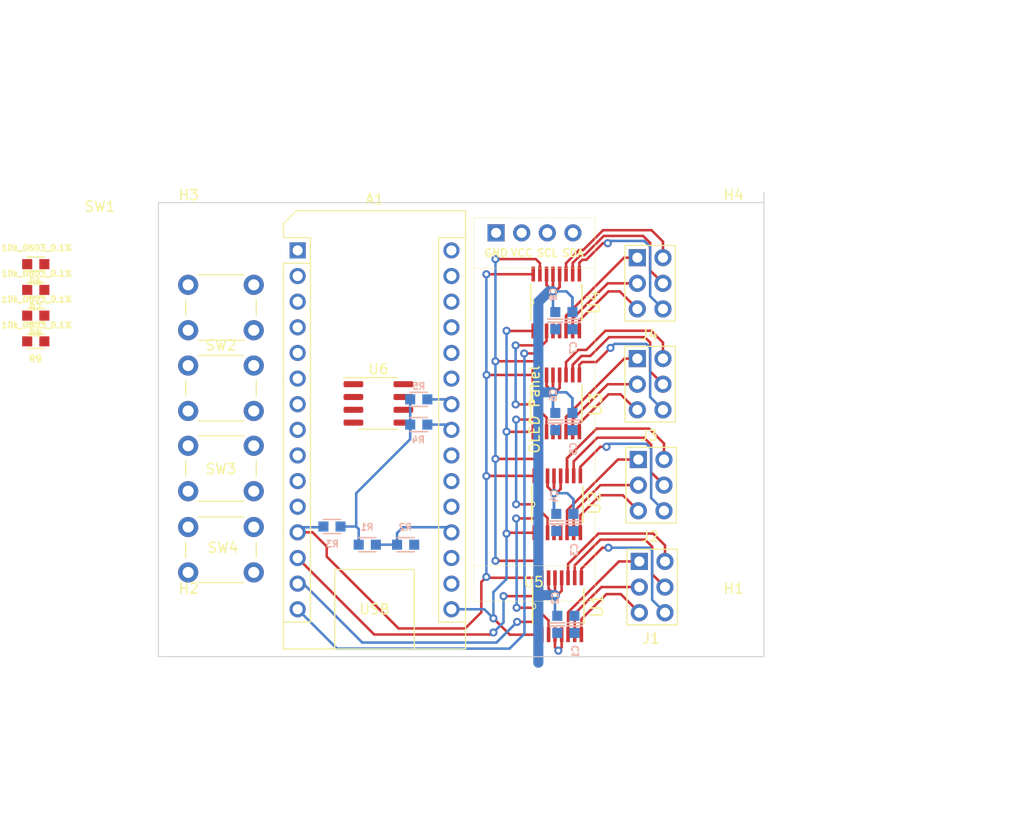
<source format=kicad_pcb>
(kicad_pcb (version 20221018) (generator pcbnew)
  (layers (0 "F.Cu" signal) (31 "B.Cu" signal) (34 "B.Paste" user) (35 "F.Paste" user) (36 "B.SilkS" user "B.Silkscreen") (37 "F.SilkS" user "F.Silkscreen") (38 "B.Mask" user) (39 "F.Mask" user) (44 "Edge.Cuts" user))
  (net 0 "")
  (net 4 "GND")
  (net 5 "Net-(A1-D5)")
  (net 6 "Net-(A1-D4)")
  (net 7 "Net-(A1-D3)")
  (net 8 "Net-(A1-D2)")
  (net 12 "/AD5235-1/RDY")
  (net 13 "/AD5235-1/CS")
  (net 14 "/AD5235-1/SDI")
  (net 15 "/AD5235-4/SDO")
  (net 16 "/AD5235-1/CLK")
  (net 19 "/CPU/AI_P5V")
  (net 25 "+5V")
  (net 28 "Net-(U1-B1)")
  (net 29 "Net-(U1-B2)")
  (net 30 "Net-(U1-W1)")
  (net 31 "Net-(U1-W2)")
  (net 32 "Net-(U1-A1)")
  (net 33 "Net-(U1-A2)")
  (net 34 "Net-(U2-B1)")
  (net 35 "Net-(U2-B2)")
  (net 36 "Net-(U2-W1)")
  (net 37 "Net-(U2-W2)")
  (net 38 "Net-(U2-A1)")
  (net 39 "Net-(U2-A2)")
  (net 40 "Net-(U3-B1)")
  (net 41 "Net-(U3-B2)")
  (net 42 "Net-(U3-W1)")
  (net 43 "Net-(U3-W2)")
  (net 44 "Net-(U3-A1)")
  (net 45 "Net-(U3-A2)")
  (net 46 "Net-(U4-B1)")
  (net 47 "Net-(U4-B2)")
  (net 48 "Net-(U4-W1)")
  (net 49 "Net-(U4-W2)")
  (net 50 "Net-(U4-A1)")
  (net 51 "Net-(U4-A2)")
  (net 52 "/AD5235-1/SDO")
  (net 53 "/AD5235-2/SDO")
  (net 54 "/AD5235-3/SDO")
  (net 55 "Net-(A1-SCL{slash}A5)")
  (net 56 "Net-(A1-SDA{slash}A4)")
  (footprint "Button_Switch_THT:SW_PUSH_6mm_H4.3mm" (layer "F.Cu") (at 82.95 48.15)
    (fp_text reference "SW1")
    (fp_text value "SW_Push")
  )
  (footprint "PCM_4ms_Resistor:R_0603" (layer "F.Cu") (at 67.85 53.75)
    (fp_text reference "R9")
    (fp_text value "10k_0603_0.1%")
  )
  (footprint "Analog:SOP65P640X120-16N" (layer "F.Cu") (at 119.43 49.9 90)
    (fp_text reference "U4")
    (fp_text value "AD5235BRUZ250-R7")
  )
  (footprint "MountingHole:MountingHole_3.2mm_M3_ISO14580" (layer "F.Cu") (at 83 82)
    (fp_text reference "H2")
    (fp_text value "MountingHole")
  )
  (footprint "PCM_4ms_Resistor:R_0603" (layer "F.Cu") (at 67.85 48.65)
    (fp_text reference "R7")
    (fp_text value "10k_0603_0.1%")
  )
  (footprint "Analog:SOP65P640X120-16N" (layer "F.Cu") (at 119.53 69.900001 90)
    (fp_text reference "U2")
    (fp_text value "AD5235BRUZ250-R7")
  )
  (footprint "Package_SO:SOIC-8_3.9x4.9mm_P1.27mm" (layer "F.Cu") (at 101.8 59.9)
    (fp_text reference "U6")
    (fp_text value "M24C02-WMN")
  )
  (footprint "MountingHole:MountingHole_3.2mm_M3_ISO14580" (layer "F.Cu") (at 83 43)
    (fp_text reference "H3")
    (fp_text value "MountingHole")
  )
  (footprint "PCM_4ms_Connector:Pins_2x03_2.54mm_TH" (layer "F.Cu") (at 128.83 68.000001)
    (fp_text reference "J2")
    (fp_text value "Conn_02x03" hide)
  )
  (footprint "PCM_4ms_Connector:Pins_2x03_2.54mm_TH" (layer "F.Cu") (at 128.93 78.100001)
    (fp_text reference "J1")
    (fp_text value "Conn_02x03" hide)
  )
  (footprint "PCM_4ms_Resistor:R_0603" (layer "F.Cu") (at 67.85 46.1)
    (fp_text reference "R6")
    (fp_text value "10k_0603_0.1%")
  )
  (footprint "Boards:SSD1306-0.91-OLED-4pin-128x32" (layer "F.Cu") (at 111.27 79.5 90)
    (fp_text reference "U5")
    (fp_text value "~")
  )
  (footprint "Button_Switch_THT:SW_PUSH_6mm_H4.3mm" (layer "F.Cu") (at 82.95 56.15)
    (fp_text reference "SW2")
    (fp_text value "SW_Push")
  )
  (footprint "MountingHole:MountingHole_3.2mm_M3_ISO14580" (layer "F.Cu") (at 137 43)
    (fp_text reference "H4")
    (fp_text value "MountingHole")
  )
  (footprint "Boards:Arduino_Nano" (layer "F.Cu") (at 93.8 44.74)
    (fp_text reference "A1")
    (fp_text value "Arduino_Nano_Every")
  )
  (footprint "Analog:SOP65P640X120-16N" (layer "F.Cu") (at 119.63 80 90)
    (fp_text reference "U1")
    (fp_text value "AD5235BRUZ250-R7")
  )
  (footprint "PCM_4ms_Connector:Pins_2x03_2.54mm_TH" (layer "F.Cu") (at 128.73 48)
    (fp_text reference "J4")
    (fp_text value "Conn_02x03" hide)
  )
  (footprint "PCM_4ms_Connector:Pins_2x03_2.54mm_TH" (layer "F.Cu") (at 128.73 58.000001)
    (fp_text reference "J3")
    (fp_text value "Conn_02x03" hide)
  )
  (footprint "Button_Switch_THT:SW_PUSH_6mm_H4.3mm" (layer "F.Cu") (at 82.95 72.15)
    (fp_text reference "SW4")
    (fp_text value "SW_Push")
  )
  (footprint "PCM_4ms_Resistor:R_0603" (layer "F.Cu") (at 67.85 51.2)
    (fp_text reference "R8")
    (fp_text value "10k_0603_0.1%")
  )
  (footprint "MountingHole:MountingHole_3.2mm_M3_ISO14580" (layer "F.Cu") (at 137 82)
    (fp_text reference "H1")
    (fp_text value "MountingHole")
  )
  (footprint "Button_Switch_THT:SW_PUSH_6mm_H4.3mm" (layer "F.Cu") (at 82.95 64.1)
    (fp_text reference "SW3")
    (fp_text value "SW_Push")
  )
  (footprint "Analog:SOP65P640X120-16N" (layer "F.Cu") (at 119.43 59.900001 90)
    (fp_text reference "U3")
    (fp_text value "AD5235BRUZ250-R7")
  )
  (footprint "PCM_4ms_Resistor:R_0603" (layer "B.Cu") (at 105.8 59.5)
    (fp_text reference "R5")
    (fp_text value "4.7k_0603" hide)
  )
  (footprint "PCM_4ms_Capacitor:C_0603" (layer "B.Cu") (at 121.03 61.700001 -90)
    (fp_text reference "C5")
    (fp_text value "100nF_0603_16V" hide)
  )
  (footprint "PCM_4ms_Capacitor:C_0603" (layer "B.Cu") (at 119.330001 51.7 -90)
    (fp_text reference "C8")
    (fp_text value "1uF_0603_25V" hide)
  )
  (footprint "PCM_4ms_Resistor:R_0603" (layer "B.Cu") (at 105.8 62)
    (fp_text reference "R4")
    (fp_text value "4.7k_0603" hide)
  )
  (footprint "PCM_4ms_Capacitor:C_0603" (layer "B.Cu") (at 119.330001 61.700001 -90)
    (fp_text reference "C6")
    (fp_text value "1uF_0603_25V" hide)
  )
  (footprint "PCM_4ms_Capacitor:C_0603" (layer "B.Cu") (at 121.23 81.8 -90)
    (fp_text reference "C1")
    (fp_text value "100nF_0603_16V" hide)
  )
  (footprint "PCM_4ms_Capacitor:C_0603" (layer "B.Cu") (at 121.03 51.7 -90)
    (fp_text reference "C7")
    (fp_text value "100nF_0603_16V" hide)
  )
  (footprint "PCM_4ms_Resistor:R_0603" (layer "B.Cu") (at 97.2 72.1 180)
    (fp_text reference "R3")
    (fp_text value "10k_0603_0.1%" hide)
  )
  (footprint "PCM_4ms_Resistor:R_0603" (layer "B.Cu") (at 104.5 73.9)
    (fp_text reference "R2")
    (fp_text value "10k_0603_0.1%" hide)
  )
  (footprint "PCM_4ms_Capacitor:C_0603" (layer "B.Cu") (at 119.430001 71.700001 -90)
    (fp_text reference "C4")
    (fp_text value "1uF_0603_25V" hide)
  )
  (footprint "PCM_4ms_Resistor:R_0603" (layer "B.Cu") (at 100.7 73.9)
    (fp_text reference "R1")
    (fp_text value "10k_0603_0.1%" hide)
  )
  (footprint "PCM_4ms_Capacitor:C_0603" (layer "B.Cu") (at 121.13 71.700001 -90)
    (fp_text reference "C3")
    (fp_text value "100nF_0603_16V" hide)
  )
  (footprint "PCM_4ms_Capacitor:C_0603" (layer "B.Cu") (at 119.53 81.8 -90)
    (fp_text reference "C2")
    (fp_text value "1uF_0603_25V" hide)
  )
  (gr_line (start 80 40) (end 80 85) (stroke (width 0.1)) (layer "Edge.Cuts"))
  (gr_line (start 80 85) (end 140 85) (stroke (width 0.1)) (layer "Edge.Cuts"))
  (gr_line (start 140 85) (end 140 39) (stroke (width 0.1)) (layer "Edge.Cuts"))
  (gr_line (start 140 40) (end 80 40) (stroke (width 0.1)) (layer "Edge.Cuts"))
  (segment (start 119.9602 84.0698) (end 119.63 84.4) (width 0.25) (layer "F.Cu") (net 4))
  (segment (start 119.2998 84.0698) (end 119.63 84.4) (width 0.25) (layer "F.Cu") (net 4))
  (segment (start 119.2998 82.8194) (end 119.2998 84.0698) (width 0.25) (layer "F.Cu") (net 4))
  (segment (start 119.9602 82.8194) (end 119.9602 84.0698) (width 0.25) (layer "F.Cu") (net 4))
  (via (at 119.63 84.4) (size 0.8) (drill 0.4) (layers "F.Cu" "B.Cu") (net 4))
  (segment (start 112.519399 67.080601) (end 112.5 67.1) (width 0.25) (layer "F.Cu") (net 12))
  (segment (start 96.68 75.08) (end 96.68 74.08) (width 0.25) (layer "F.Cu") (net 12))
  (segment (start 110.4 82.2) (end 103.8 82.2) (width 0.25) (layer "F.Cu") (net 12))
  (segment (start 103.8 82.2) (end 96.68 75.08) (width 0.25) (layer "F.Cu") (net 12))
  (segment (start 117.244 67.080601) (end 112.519399 67.080601) (width 0.25) (layer "F.Cu") (net 12))
  (segment (start 96.68 74.08) (end 95.28 72.68) (width 0.25) (layer "F.Cu") (net 12))
  (segment (start 117.144 47.0806) (end 117.1246 47.1) (width 0.25) (layer "F.Cu") (net 12))
  (segment (start 112.519399 57.080601) (end 117.144 57.080601) (width 0.25) (layer "F.Cu") (net 12))
  (segment (start 112.5806 77.1806) (end 112.5 77.1) (width 0.25) (layer "F.Cu") (net 12))
  (segment (start 117.1246 47.1) (end 112.5 47.1) (width 0.25) (layer "F.Cu") (net 12))
  (segment (start 112 80.6) (end 110.4 82.2) (width 0.25) (layer "F.Cu") (net 12))
  (segment (start 112.5 77.1) (end 112 77.6) (width 0.25) (layer "F.Cu") (net 12))
  (segment (start 112.5194 47.0806) (end 112.5 47.1) (width 0.25) (layer "F.Cu") (net 12))
  (segment (start 112 77.6) (end 112 80.6) (width 0.25) (layer "F.Cu") (net 12))
  (segment (start 95.28 72.68) (end 93.8 72.68) (width 0.25) (layer "F.Cu") (net 12))
  (segment (start 117.344 77.1806) (end 112.5806 77.1806) (width 0.25) (layer "F.Cu") (net 12))
  (via (at 112.519399 57.080601) (size 0.8) (drill 0.4) (layers "F.Cu" "B.Cu") (net 12))
  (via (at 112.5 77.1) (size 0.8) (drill 0.4) (layers "F.Cu" "B.Cu") (net 12))
  (via (at 112.5 67.1) (size 0.8) (drill 0.4) (layers "F.Cu" "B.Cu") (net 12))
  (via (at 112.5 47.1) (size 0.8) (drill 0.4) (layers "F.Cu" "B.Cu") (net 12))
  (segment (start 112.5 47.1) (end 112.5 57.061202) (width 0.25) (layer "B.Cu") (net 12))
  (segment (start 112.519399 57.080601) (end 112.5 57.1) (width 0.25) (layer "B.Cu") (net 12))
  (segment (start 112.5 57.061202) (end 112.519399 57.080601) (width 0.25) (layer "B.Cu") (net 12))
  (segment (start 93.79 72.17) (end 96.28 72.17) (width 0.25) (layer "B.Cu") (net 12))
  (segment (start 112.5 67.1) (end 112.5 77.1) (width 0.25) (layer "B.Cu") (net 12))
  (segment (start 96.28 72.17) (end 96.35 72.1) (width 0.25) (layer "B.Cu") (net 12))
  (segment (start 112.5 57.1) (end 112.5 67.1) (width 0.25) (layer "B.Cu") (net 12))
  (segment (start 113.4 75.5) (end 117.6 75.5) (width 0.25) (layer "F.Cu") (net 13))
  (segment (start 118.0044 75.9044) (end 118.0044 77.1806) (width 0.25) (layer "F.Cu") (net 13))
  (segment (start 113 82.8) (end 113.2 82.6) (width 0.25) (layer "F.Cu") (net 13))
  (segment (start 117.352799 55.725) (end 117.8044 56.176601) (width 0.25) (layer "F.Cu") (net 13))
  (segment (start 113.4 45.6) (end 117.4 45.6) (width 0.25) (layer "F.Cu") (net 13))
  (segment (start 117.210399 65.4) (end 117.9044 66.094001) (width 0.25) (layer "F.Cu") (net 13))
  (segment (start 113.375 55.725) (end 113.2 55.9) (width 0.25) (layer "F.Cu") (net 13))
  (segment (start 117.8044 46.0044) (end 117.8044 47.0806) (width 0.25) (layer "F.Cu") (net 13))
  (segment (start 113.4 55.725) (end 113.375 55.725) (width 0.25) (layer "F.Cu") (net 13))
  (segment (start 118.0044 77.1806) (end 118.0044 78.3956) (width 0.25) (layer "F.Cu") (net 13))
  (segment (start 101.38 82.8) (end 113 82.8) (width 0.25) (layer "F.Cu") (net 13))
  (segment (start 117.8044 56.176601) (end 117.8044 57.080601) (width 0.25) (layer "F.Cu") (net 13))
  (segment (start 117.9044 66.094001) (end 117.9044 67.080601) (width 0.25) (layer "F.Cu") (net 13))
  (segment (start 117.4 79) (end 114.2 79) (width 0.25) (layer "F.Cu") (net 13))
  (segment (start 113.4 65.4) (end 117.210399 65.4) (width 0.25) (layer "F.Cu") (net 13))
  (segment (start 117.4 45.6) (end 117.8044 46.0044) (width 0.25) (layer "F.Cu") (net 13))
  (segment (start 118.0044 78.3956) (end 117.4 79) (width 0.25) (layer "F.Cu") (net 13))
  (segment (start 93.8 75.22) (end 101.38 82.8) (width 0.25) (layer "F.Cu") (net 13))
  (segment (start 113.4 55.725) (end 117.352799 55.725) (width 0.25) (layer "F.Cu") (net 13))
  (segment (start 117.6 75.5) (end 118.0044 75.9044) (width 0.25) (layer "F.Cu") (net 13))
  (via (at 113.4 55.725) (size 0.8) (drill 0.4) (layers "F.Cu" "B.Cu") (net 13))
  (via (at 114.2 79) (size 0.8) (drill 0.4) (layers "F.Cu" "B.Cu") (net 13))
  (via (at 113.2 82.6) (size 0.8) (drill 0.4) (layers "F.Cu" "B.Cu") (net 13))
  (via (at 113.4 75.5) (size 0.8) (drill 0.4) (layers "F.Cu" "B.Cu") (net 13))
  (via (at 113.4 65.4) (size 0.8) (drill 0.4) (layers "F.Cu" "B.Cu") (net 13))
  (via (at 113.4 45.6) (size 0.8) (drill 0.4) (layers "F.Cu" "B.Cu") (net 13))
  (segment (start 114.2 79) (end 114.2 81.6) (width 0.25) (layer "B.Cu") (net 13))
  (segment (start 113.4 75.5) (end 113.4 55.725) (width 0.25) (layer "B.Cu") (net 13))
  (segment (start 114.2 81.6) (end 113.2 82.6) (width 0.25) (layer "B.Cu") (net 13))
  (segment (start 113.4 45.6) (end 113.4 55.725) (width 0.25) (layer "B.Cu") (net 13))
  (segment (start 117.7216 81.55) (end 115.55 81.55) (width 0.25) (layer "F.Cu") (net 14))
  (segment (start 118.0044 82.8194) (end 118.0044 81.8328) (width 0.25) (layer "F.Cu") (net 14))
  (segment (start 118.0044 81.8328) (end 117.7216 81.55) (width 0.25) (layer "F.Cu") (net 14))
  (via (at 115.55 81.55) (size 0.8) (drill 0.4) (layers "F.Cu" "B.Cu") (net 14))
  (segment (start 115.55 81.55) (end 113.5 83.6) (width 0.25) (layer "B.Cu") (net 14))
  (segment (start 94.36 77.76) (end 93.8 77.76) (width 0.25) (layer "B.Cu") (net 14))
  (segment (start 113.5 83.6) (end 100.2 83.6) (width 0.25) (layer "B.Cu") (net 14))
  (segment (start 100.2 83.6) (end 94.36 77.76) (width 0.25) (layer "B.Cu") (net 14))
  (segment (start 117.2208 54.95) (end 116.25 54.95) (width 0.25) (layer "F.Cu") (net 15))
  (segment (start 118.4648 52.7194) (end 118.4648 53.706) (width 0.25) (layer "F.Cu") (net 15))
  (segment (start 116.25 54.95) (end 116.3 54.95) (width 0.25) (layer "F.Cu") (net 15))
  (segment (start 118.4648 53.706) (end 117.2208 54.95) (width 0.25) (layer "F.Cu") (net 15))
  (via (at 116.25 54.95) (size 0.8) (drill 0.4) (layers "F.Cu" "B.Cu") (net 15))
  (segment (start 114.8 84.2) (end 97.7 84.2) (width 0.25) (layer "B.Cu") (net 15))
  (segment (start 116.25 54.95) (end 116.275 54.975) (width 0.25) (layer "B.Cu") (net 15))
  (segment (start 97.7 84.2) (end 93.8 80.3) (width 0.25) (layer "B.Cu") (net 15))
  (segment (start 116.275 54.975) (end 116.275 82.725) (width 0.25) (layer "B.Cu") (net 15))
  (segment (start 116.275 82.725) (end 114.8 84.2) (width 0.25) (layer "B.Cu") (net 15))
  (segment (start 114.8194 82.8194) (end 117.344 82.8194) (width 0.25) (layer "F.Cu") (net 16))
  (segment (start 114.580599 72.719401) (end 117.244 72.719401) (width 0.25) (layer "F.Cu") (net 16))
  (segment (start 113.2 81.2) (end 114.8194 82.8194) (width 0.25) (layer "F.Cu") (net 16))
  (segment (start 114.5 72.8) (end 114.580599 72.719401) (width 0.25) (layer "F.Cu") (net 16))
  (segment (start 114.519401 62.719401) (end 117.144 62.719401) (width 0.25) (layer "F.Cu") (net 16))
  (segment (start 114.5194 52.7194) (end 114.5 52.7) (width 0.25) (layer "F.Cu") (net 16))
  (segment (start 114.5 62.7) (end 114.519401 62.719401) (width 0.25) (layer "F.Cu") (net 16))
  (segment (start 117.144 52.7194) (end 114.5194 52.7194) (width 0.25) (layer "F.Cu") (net 16))
  (via (at 113.2 81.2) (size 0.8) (drill 0.4) (layers "F.Cu" "B.Cu") (net 16))
  (via (at 114.5 52.7) (size 0.8) (drill 0.4) (layers "F.Cu" "B.Cu") (net 16))
  (via (at 114.5 72.8) (size 0.8) (drill 0.4) (layers "F.Cu" "B.Cu") (net 16))
  (via (at 114.5 62.7) (size 0.8) (drill 0.4) (layers "F.Cu" "B.Cu") (net 16))
  (segment (start 114.5 77.3) (end 114.5 72.8) (width 0.25) (layer "B.Cu") (net 16))
  (segment (start 114.5 62.7) (end 114.5 72.8) (width 0.25) (layer "B.Cu") (net 16))
  (segment (start 113.2 81.2) (end 113.2 78.6) (width 0.25) (layer "B.Cu") (net 16))
  (segment (start 113.2 78.6) (end 114.5 77.3) (width 0.25) (layer "B.Cu") (net 16))
  (segment (start 114.5 52.7) (end 114.5 62.7) (width 0.25) (layer "B.Cu") (net 16))
  (segment (start 113.2 81.2) (end 112.3 80.3) (width 0.25) (layer "B.Cu") (net 16))
  (segment (start 112.3 80.3) (end 109.04 80.3) (width 0.25) (layer "B.Cu") (net 16))
  (segment (start 104.23 72.17) (end 103.65 72.75) (width 0.25) (layer "B.Cu") (net 19))
  (segment (start 103.65 72.75) (end 103.65 73.9) (width 0.25) (layer "B.Cu") (net 19))
  (segment (start 109.03 72.17) (end 104.23 72.17) (width 0.25) (layer "B.Cu") (net 19))
  (segment (start 101.55 73.9) (end 103.65 73.9) (width 0.25) (layer "B.Cu") (net 19))
  (segment (start 119.0998 58.800001) (end 118.4648 58.165001) (width 0.25) (layer "F.Cu") (net 25))
  (segment (start 119.1998 68.800001) (end 119.43 68.800001) (width 0.25) (layer "F.Cu") (net 25))
  (segment (start 119.0998 48.8) (end 119.0998 47.0806) (width 0.25) (layer "F.Cu") (net 25))
  (segment (start 119.0998 58.800001) (end 119.0998 57.080601) (width 0.25) (layer "F.Cu") (net 25))
  (segment (start 119.1998 68.800001) (end 118.5648 68.165001) (width 0.25) (layer "F.Cu") (net 25))
  (segment (start 119.2998 78.9) (end 119.2998 77.1806) (width 0.25) (layer "F.Cu") (net 25))
  (segment (start 119.7602 58.369801) (end 119.7602 57.080601) (width 0.25) (layer "F.Cu") (net 25))
  (segment (start 118.4648 48.165) (end 118.4648 47.0806) (width 0.25) (layer "F.Cu") (net 25))
  (segment (start 118.4648 48.165) (end 118.4648 47.0806) (width 0.25) (layer "F.Cu") (net 25))
  (segment (start 119.0998 48.8) (end 118.4648 48.165) (width 0.25) (layer "F.Cu") (net 25))
  (segment (start 119.7602 48.3698) (end 119.7602 47.0806) (width 0.25) (layer "F.Cu") (net 25))
  (segment (start 118.4648 58.165001) (end 118.4648 57.080601) (width 0.25) (layer "F.Cu") (net 25))
  (segment (start 118.999801 58.9) (end 119.0998 58.800001) (width 0.25) (layer "F.Cu") (net 25))
  (segment (start 119.0998 58.800001) (end 119.33 58.800001) (width 0.25) (layer "F.Cu") (net 25))
  (segment (start 119.33 58.800001) (end 119.7602 58.369801) (width 0.25) (layer "F.Cu") (net 25))
  (segment (start 119.0998 58.800001) (end 119.0998 57.080601) (width 0.25) (layer "F.Cu") (net 25))
  (segment (start 119.1998 68.800001) (end 119.1998 67.080601) (width 0.25) (layer "F.Cu") (net 25))
  (segment (start 119.1998 68.800001) (end 119.43 68.800001) (width 0.25) (layer "F.Cu") (net 25))
  (segment (start 119.33 48.8) (end 119.7602 48.3698) (width 0.25) (layer "F.Cu") (net 25))
  (segment (start 119.0998 48.8) (end 119.33 48.8) (width 0.25) (layer "F.Cu") (net 25))
  (segment (start 119.0998 48.8) (end 119.0998 47.0806) (width 0.25) (layer "F.Cu") (net 25))
  (segment (start 119.7602 58.369801) (end 119.7602 57.080601) (width 0.25) (layer "F.Cu") (net 25))
  (segment (start 118.6648 78.265) (end 118.6648 77.1806) (width 0.25) (layer "F.Cu") (net 25))
  (segment (start 119.9602 78.4698) (end 119.9602 77.1806) (width 0.25) (layer "F.Cu") (net 25))
  (segment (start 119.33 58.800001) (end 119.7602 58.369801) (width 0.25) (layer "F.Cu") (net 25))
  (segment (start 119.2998 78.9) (end 119.53 78.9) (width 0.25) (layer "F.Cu") (net 25))
  (segment (start 119.43 68.800001) (end 119.8602 68.369801) (width 0.25) (layer "F.Cu") (net 25))
  (segment (start 118.5648 68.165001) (end 118.5648 67.080601) (width 0.25) (layer "F.Cu") (net 25))
  (segment (start 119.8602 68.369801) (end 119.8602 67.080601) (width 0.25) (layer "F.Cu") (net 25))
  (segment (start 119.7602 48.3698) (end 119.7602 47.0806) (width 0.25) (layer "F.Cu") (net 25))
  (segment (start 119.33 48.8) (end 119.7602 48.3698) (width 0.25) (layer "F.Cu") (net 25))
  (segment (start 119.43 68.800001) (end 119.8602 68.369801) (width 0.25) (layer "F.Cu") (net 25))
  (segment (start 119.1998 68.800001) (end 119.1998 67.080601) (width 0.25) (layer "F.Cu") (net 25))
  (segment (start 119.0998 48.8) (end 119.33 48.8) (width 0.25) (layer "F.Cu") (net 25))
  (segment (start 118.4648 58.165001) (end 118.4648 57.080601) (width 0.25) (layer "F.Cu") (net 25))
  (segment (start 119.0998 58.800001) (end 119.33 58.800001) (width 0.25) (layer "F.Cu") (net 25))
  (segment (start 119.53 78.9) (end 119.9602 78.4698) (width 0.25) (layer "F.Cu") (net 25))
  (segment (start 119.0998 58.800001) (end 118.4648 58.165001) (width 0.25) (layer "F.Cu") (net 25))
  (segment (start 119.8602 68.369801) (end 119.8602 67.080601) (width 0.25) (layer "F.Cu") (net 25))
  (segment (start 119.0998 48.8) (end 118.4648 48.165) (width 0.25) (layer "F.Cu") (net 25))
  (segment (start 119.2998 78.9) (end 118.6648 78.265) (width 0.25) (layer "F.Cu") (net 25))
  (segment (start 119.1998 68.800001) (end 118.5648 68.165001) (width 0.25) (layer "F.Cu") (net 25))
  (segment (start 118.5648 68.165001) (end 118.5648 67.080601) (width 0.25) (layer "F.Cu") (net 25))
  (via (at 119.0998 48.8) (size 0.8) (drill 0.4) (layers "F.Cu" "B.Cu") (net 25))
  (via (at 119.0998 58.800001) (size 0.8) (drill 0.4) (layers "F.Cu" "B.Cu") (net 25))
  (via (at 119.2998 78.9) (size 0.8) (drill 0.4) (layers "F.Cu" "B.Cu") (net 25))
  (via (at 119.0998 58.800001) (size 0.8) (drill 0.4) (layers "F.Cu" "B.Cu") (net 25))
  (via (at 119.1998 68.800001) (size 0.8) (drill 0.4) (layers "F.Cu" "B.Cu") (net 25))
  (via (at 119.0998 48.8) (size 0.8) (drill 0.4) (layers "F.Cu" "B.Cu") (net 25))
  (via (at 119.1998 68.800001) (size 0.8) (drill 0.4) (layers "F.Cu" "B.Cu") (net 25))
  (segment (start 119.0998 48.8) (end 119.0998 50.6198) (width 0.25) (layer "B.Cu") (net 25))
  (segment (start 117.65 79.2) (end 117.95 78.9) (width 1) (layer "B.Cu") (net 25))
  (segment (start 119.1998 68.800001) (end 120.53 68.800001) (width 0.25) (layer "B.Cu") (net 25))
  (segment (start 99.6 72.1) (end 98.05 72.1) (width 0.25) (layer "B.Cu") (net 25))
  (segment (start 121.13 69.400001) (end 121.13 70.850001) (width 0.25) (layer "B.Cu") (net 25))
  (segment (start 119.0998 48.8) (end 118.7 48.8) (width 1) (layer "B.Cu") (net 25))
  (segment (start 104.95 62) (end 104.95 63.45) (width 0.25) (layer "B.Cu") (net 25))
  (segment (start 120.43 58.800001) (end 121.03 59.400001) (width 0.25) (layer "B.Cu") (net 25))
  (segment (start 121.03 59.400001) (end 121.03 60.850001) (width 0.25) (layer "B.Cu") (net 25))
  (segment (start 104.95 63.45) (end 99.6 68.8) (width 0.25) (layer "B.Cu") (net 25))
  (segment (start 120.53 68.800001) (end 121.13 69.400001) (width 0.25) (layer "B.Cu") (net 25))
  (segment (start 119.0998 60.619801) (end 119.33 60.850001) (width 0.25) (layer "B.Cu") (net 25))
  (segment (start 119.0998 48.8) (end 120.43 48.8) (width 0.25) (layer "B.Cu") (net 25))
  (segment (start 120.43 58.800001) (end 121.03 59.400001) (width 0.25) (layer "B.Cu") (net 25))
  (segment (start 117.65 79.2) (end 117.65 85.6) (width 1) (layer "B.Cu") (net 25))
  (segment (start 119.0998 50.6198) (end 119.33 50.85) (width 0.25) (layer "B.Cu") (net 25))
  (segment (start 119.1998 70.619801) (end 119.43 70.850001) (width 0.25) (layer "B.Cu") (net 25))
  (segment (start 119.1998 68.800001) (end 119.1998 70.619801) (width 0.25) (layer "B.Cu") (net 25))
  (segment (start 119.0998 60.619801) (end 119.33 60.850001) (width 0.25) (layer "B.Cu") (net 25))
  (segment (start 119.2998 80.7198) (end 119.53 80.95) (width 0.25) (layer "B.Cu") (net 25))
  (segment (start 99.85 72.35) (end 99.6 72.1) (width 0.25) (layer "B.Cu") (net 25))
  (segment (start 117.65 49.85) (end 117.65 58.8) (width 1) (layer "B.Cu") (net 25))
  (segment (start 121.03 49.4) (end 121.03 50.85) (width 0.25) (layer "B.Cu") (net 25))
  (segment (start 121.13 69.400001) (end 121.13 70.850001) (width 0.25) (layer "B.Cu") (net 25))
  (segment (start 119.0998 50.6198) (end 119.33 50.85) (width 0.25) (layer "B.Cu") (net 25))
  (segment (start 117.95 78.9) (end 119.2998 78.9) (width 1) (layer "B.Cu") (net 25))
  (segment (start 119.0998 58.800001) (end 119.0998 60.619801) (width 0.25) (layer "B.Cu") (net 25))
  (segment (start 120.43 48.8) (end 121.03 49.4) (width 0.25) (layer "B.Cu") (net 25))
  (segment (start 117.65 58.8) (end 117.65 79.2) (width 1) (layer "B.Cu") (net 25))
  (segment (start 120.43 48.8) (end 121.03 49.4) (width 0.25) (layer "B.Cu") (net 25))
  (segment (start 99.85 73.9) (end 99.85 72.35) (width 0.25) (layer "B.Cu") (net 25))
  (segment (start 119.1998 68.800001) (end 120.53 68.800001) (width 0.25) (layer "B.Cu") (net 25))
  (segment (start 119.0998 58.800001) (end 120.43 58.800001) (width 0.25) (layer "B.Cu") (net 25))
  (segment (start 119.2998 78.9) (end 119.2998 80.7198) (width 0.25) (layer "B.Cu") (net 25))
  (segment (start 118.7 48.8) (end 117.65 49.85) (width 1) (layer "B.Cu") (net 25))
  (segment (start 121.03 49.4) (end 121.03 50.85) (width 0.25) (layer "B.Cu") (net 25))
  (segment (start 104.95 62) (end 104.95 59.5) (width 0.25) (layer "B.Cu") (net 25))
  (segment (start 117.65 58.8) (end 119.099799 58.8) (width 1) (layer "B.Cu") (net 25))
  (segment (start 119.099799 58.8) (end 119.0998 58.800001) (width 1) (layer "B.Cu") (net 25))
  (segment (start 121.03 59.400001) (end 121.03 60.850001) (width 0.25) (layer "B.Cu") (net 25))
  (segment (start 119.1998 68.800001) (end 119.1998 70.619801) (width 0.25) (layer "B.Cu") (net 25))
  (segment (start 120.53 68.800001) (end 121.13 69.400001) (width 0.25) (layer "B.Cu") (net 25))
  (segment (start 119.0998 58.800001) (end 120.43 58.800001) (width 0.25) (layer "B.Cu") (net 25))
  (segment (start 99.6 68.8) (end 99.6 72.1) (width 0.25) (layer "B.Cu") (net 25))
  (segment (start 119.1998 70.619801) (end 119.43 70.850001) (width 0.25) (layer "B.Cu") (net 25))
  (segment (start 119.0998 58.800001) (end 119.0998 60.619801) (width 0.25) (layer "B.Cu") (net 25))
  (segment (start 125.819999 78.8) (end 127.66 80.640001) (width 0.25) (layer "F.Cu") (net 28))
  (segment (start 121.916 81.284) (end 124.4 78.8) (width 0.25) (layer "F.Cu") (net 28))
  (segment (start 124.4 78.8) (end 125.819999 78.8) (width 0.25) (layer "F.Cu") (net 28))
  (segment (start 121.916 82.8194) (end 121.916 81.284) (width 0.25) (layer "F.Cu") (net 28))
  (segment (start 121.916 76.284) (end 124 74.2) (width 0.25) (layer "F.Cu") (net 29))
  (segment (start 124 74.2) (end 124.6 74.2) (width 0.25) (layer "F.Cu") (net 29))
  (segment (start 121.916 77.1806) (end 121.916 76.284) (width 0.25) (layer "F.Cu") (net 29))
  (via (at 124.6 74.2) (size 0.8) (drill 0.4) (layers "F.Cu" "B.Cu") (net 29))
  (segment (start 128.93 74.480001) (end 128.649999 74.2) (width 0.25) (layer "B.Cu") (net 29))
  (segment (start 124.4 74.2) (end 124.4 74.2) (width 0.25) (layer "B.Cu") (net 29))
  (segment (start 128.649999 74.2) (end 124.6 74.2) (width 0.25) (layer "B.Cu") (net 29))
  (segment (start 128.93 79.370001) (end 128.93 74.480001) (width 0.25) (layer "B.Cu") (net 29))
  (segment (start 124.6 74.2) (end 124.4 74.2) (width 0.25) (layer "B.Cu") (net 29))
  (segment (start 130.2 80.640001) (end 128.93 79.370001) (width 0.25) (layer "B.Cu") (net 29))
  (segment (start 121.2556 82.8194) (end 121.2556 80.7444) (width 0.25) (layer "F.Cu") (net 30))
  (segment (start 123.899999 78.100001) (end 127.66 78.100001) (width 0.25) (layer "F.Cu") (net 30))
  (segment (start 121.2556 80.7444) (end 123.899999 78.100001) (width 0.25) (layer "F.Cu") (net 30))
  (segment (start 128.93 74.100001) (end 128.23 73.400001) (width 0.25) (layer "F.Cu") (net 31))
  (segment (start 128.23 73.400001) (end 123.799999 73.400001) (width 0.25) (layer "F.Cu") (net 31))
  (segment (start 128.93 76.830001) (end 128.93 74.100001) (width 0.25) (layer "F.Cu") (net 31))
  (segment (start 123.799999 73.400001) (end 121.2556 75.9444) (width 0.25) (layer "F.Cu") (net 31))
  (segment (start 130.2 78.100001) (end 128.93 76.830001) (width 0.25) (layer "F.Cu") (net 31))
  (segment (start 121.2556 75.9444) (end 121.2556 77.1806) (width 0.25) (layer "F.Cu") (net 31))
  (segment (start 120.5952 82.8194) (end 120.5952 80.6048) (width 0.25) (layer "F.Cu") (net 32))
  (segment (start 127.66 75.560001) (end 127.66 75.870001) (width 0.25) (layer "F.Cu") (net 32))
  (segment (start 125.639999 75.560001) (end 127.66 75.560001) (width 0.25) (layer "F.Cu") (net 32))
  (segment (start 120.5952 80.6048) (end 125.639999 75.560001) (width 0.25) (layer "F.Cu") (net 32))
  (segment (start 130.2 75.560001) (end 130.2 73.970001) (width 0.25) (layer "F.Cu") (net 33))
  (segment (start 129.03 72.800001) (end 123.599999 72.800001) (width 0.25) (layer "F.Cu") (net 33))
  (segment (start 130.2 73.970001) (end 129.03 72.800001) (width 0.25) (layer "F.Cu") (net 33))
  (segment (start 123.599999 72.800001) (end 120.5952 75.8048) (width 0.25) (layer "F.Cu") (net 33))
  (segment (start 120.5952 75.8048) (end 120.5952 77.1806) (width 0.25) (layer "F.Cu") (net 33))
  (segment (start 123.8 69) (end 121.816 70.984) (width 0.25) (layer "F.Cu") (net 34))
  (segment (start 121.816 70.984) (end 121.816 72.719401) (width 0.25) (layer "F.Cu") (net 34))
  (segment (start 126.019999 69) (end 123.8 69) (width 0.25) (layer "F.Cu") (net 34))
  (segment (start 127.56 70.540001) (end 126.019999 69) (width 0.25) (layer "F.Cu") (net 34))
  (segment (start 124.4 64.2) (end 123.8 64.2) (width 0.25) (layer "F.Cu") (net 35))
  (segment (start 121.816 66.184) (end 121.816 67.080601) (width 0.25) (layer "F.Cu") (net 35))
  (segment (start 123.8 64.2) (end 121.816 66.184) (width 0.25) (layer "F.Cu") (net 35))
  (via (at 124.4 64.2) (size 0.8) (drill 0.4) (layers "F.Cu" "B.Cu") (net 35))
  (via (at 124.4 64.2) (size 0.8) (drill 0.4) (layers "F.Cu" "B.Cu") (net 35))
  (segment (start 128.83 69.270002) (end 130.1 70.540002) (width 0.25) (layer "B.Cu") (net 35))
  (segment (start 124.4 64.2) (end 124.699998 63.900002) (width 0.25) (layer "B.Cu") (net 35))
  (segment (start 128.83 64.380002) (end 128.83 69.270002) (width 0.25) (layer "B.Cu") (net 35))
  (segment (start 128.35 63.900002) (end 128.83 64.380002) (width 0.25) (layer "B.Cu") (net 35))
  (segment (start 124.699998 63.900002) (end 128.35 63.900002) (width 0.25) (layer "B.Cu") (net 35))
  (segment (start 123.799999 68.000001) (end 127.56 68.000001) (width 0.25) (layer "F.Cu") (net 36))
  (segment (start 121.1556 70.6444) (end 123.799999 68.000001) (width 0.25) (layer "F.Cu") (net 36))
  (segment (start 121.1556 72.719401) (end 121.1556 70.6444) (width 0.25) (layer "F.Cu") (net 36))
  (segment (start 121.1556 65.6444) (end 123.499998 63.300002) (width 0.25) (layer "F.Cu") (net 37))
  (segment (start 128.83 66.730002) (end 130.1 68.000002) (width 0.25) (layer "F.Cu") (net 37))
  (segment (start 128.83 64.000002) (end 128.83 66.730002) (width 0.25) (layer "F.Cu") (net 37))
  (segment (start 121.1556 67.080601) (end 121.1556 65.6444) (width 0.25) (layer "F.Cu") (net 37))
  (segment (start 123.499998 63.300002) (end 128.13 63.300002) (width 0.25) (layer "F.Cu") (net 37))
  (segment (start 128.13 63.300002) (end 128.83 64.000002) (width 0.25) (layer "F.Cu") (net 37))
  (segment (start 125.539999 65.460001) (end 120.4952 70.5048) (width 0.25) (layer "F.Cu") (net 38))
  (segment (start 127.56 65.460002) (end 127.56 65.770002) (width 0.25) (layer "F.Cu") (net 38))
  (segment (start 127.56 65.460001) (end 125.539999 65.460001) (width 0.25) (layer "F.Cu") (net 38))
  (segment (start 127.56 65.460002) (end 127.56 65.770002) (width 0.25) (layer "F.Cu") (net 38))
  (segment (start 120.4952 70.5048) (end 120.4952 72.719401) (width 0.25) (layer "F.Cu") (net 38))
  (segment (start 128.629998 62.4) (end 130.1 63.870002) (width 0.25) (layer "F.Cu") (net 39))
  (segment (start 123.4 62.430001) (end 123.4 62.4) (width 0.25) (layer "F.Cu") (net 39))
  (segment (start 130.1 63.870002) (end 130.1 65.460002) (width 0.25) (layer "F.Cu") (net 39))
  (segment (start 123.4 62.4) (end 128.629998 62.4) (width 0.25) (layer "F.Cu") (net 39))
  (segment (start 121.13 64.700001) (end 120.4952 65.334801) (width 0.25) (layer "F.Cu") (net 39))
  (segment (start 120.4952 67.080601) (end 120.4952 65.334801) (width 0.25) (layer "F.Cu") (net 39))
  (segment (start 120.4952 65.334801) (end 120.4952 67.080601) (width 0.25) (layer "F.Cu") (net 39))
  (segment (start 120.4952 65.334801) (end 123.4 62.430001) (width 0.25) (layer "F.Cu") (net 39))
  (segment (start 127.46 60.66) (end 125.8 59) (width 0.25) (layer "F.Cu") (net 40))
  (segment (start 121.716 61.884) (end 121.716 62.719401) (width 0.25) (layer "F.Cu") (net 40))
  (segment (start 125.8 59) (end 124.6 59) (width 0.25) (layer "F.Cu") (net 40))
  (segment (start 124.6 59) (end 121.716 61.884) (width 0.25) (layer "F.Cu") (net 40))
  (segment (start 121.716 57.080601) (end 121.716 56.084) (width 0.25) (layer "F.Cu") (net 41))
  (segment (start 121.716 56.084) (end 122 55.8) (width 0.25) (layer "F.Cu") (net 41))
  (segment (start 121.716 56.814001) (end 121.716 57.080601) (width 0.25) (layer "F.Cu") (net 41))
  (segment (start 123.4 55.8) (end 124.8 54.4) (width 0.25) (layer "F.Cu") (net 41))
  (segment (start 122 55.8) (end 123.4 55.8) (width 0.25) (layer "F.Cu") (net 41))
  (via (at 124.8 54.4) (size 0.8) (drill 0.4) (layers "F.Cu" "B.Cu") (net 41))
  (segment (start 128.73 54.380002) (end 128.349998 54) (width 0.25) (layer "B.Cu") (net 41))
  (segment (start 130 60.540002) (end 128.73 59.270002) (width 0.25) (layer "B.Cu") (net 41))
  (segment (start 128.349998 54) (end 125.2 54) (width 0.25) (layer "B.Cu") (net 41))
  (segment (start 128.73 59.270002) (end 128.73 54.380002) (width 0.25) (layer "B.Cu") (net 41))
  (segment (start 124.8 54.4) (end 124.8 54.2) (width 0.25) (layer "B.Cu") (net 41))
  (segment (start 125.2 54) (end 124.8 54.4) (width 0.25) (layer "B.Cu") (net 41))
  (segment (start 124.53 58.000001) (end 127.46 58.000001) (width 0.25) (layer "F.Cu") (net 42))
  (segment (start 121.23 61.300001) (end 121.0556 61.474401) (width 0.25) (layer "F.Cu") (net 42))
  (segment (start 121.0556 61.474401) (end 121.0556 62.719401) (width 0.25) (layer "F.Cu") (net 42))
  (segment (start 121.0556 61.474401) (end 121.0556 62.719401) (width 0.25) (layer "F.Cu") (net 42))
  (segment (start 121.0556 61.474401) (end 124.53 58.000001) (width 0.25) (layer "F.Cu") (net 42))
  (segment (start 121.0556 57.080601) (end 121.0556 56.074401) (width 0.25) (layer "F.Cu") (net 43))
  (segment (start 121.930001 55.2) (end 121.0556 56.074401) (width 0.25) (layer "F.Cu") (net 43))
  (segment (start 128.73 53.865001) (end 128.2 53.335001) (width 0.25) (layer "F.Cu") (net 43))
  (segment (start 128.2 53.335001) (end 124.664999 53.335001) (width 0.25) (layer "F.Cu") (net 43))
  (segment (start 121.0556 56.074401) (end 121.0556 57.080601) (width 0.25) (layer "F.Cu") (net 43))
  (segment (start 130 58.000002) (end 128.73 56.730002) (width 0.25) (layer "F.Cu") (net 43))
  (segment (start 128.73 56.730002) (end 128.73 53.865001) (width 0.25) (layer "F.Cu") (net 43))
  (segment (start 122.8 55.2) (end 121.930001 55.2) (width 0.25) (layer "F.Cu") (net 43))
  (segment (start 124.664999 53.335001) (end 122.8 55.2) (width 0.25) (layer "F.Cu") (net 43))
  (segment (start 121.0556 56.074401) (end 121.83 55.300001) (width 0.25) (layer "F.Cu") (net 43))
  (segment (start 120.3952 61.234801) (end 120.3952 62.719401) (width 0.25) (layer "F.Cu") (net 44))
  (segment (start 127.46 55.460001) (end 126.17 55.460001) (width 0.25) (layer "F.Cu") (net 44))
  (segment (start 126.17 55.460001) (end 120.3952 61.234801) (width 0.25) (layer "F.Cu") (net 44))
  (segment (start 127.46 55.460002) (end 127.46 55.770002) (width 0.25) (layer "F.Cu") (net 44))
  (segment (start 124.299998 52.700002) (end 122.4 54.6) (width 0.25) (layer "F.Cu") (net 45))
  (segment (start 128.83 52.700002) (end 124.299998 52.700002) (width 0.25) (layer "F.Cu") (net 45))
  (segment (start 130 55.460002) (end 130 53.870002) (width 0.25) (layer "F.Cu") (net 45))
  (segment (start 120.3952 55.8048) (end 120.3952 57.080601) (width 0.25) (layer "F.Cu") (net 45))
  (segment (start 121.6 54.6) (end 120.3952 55.8048) (width 0.25) (layer "F.Cu") (net 45))
  (segment (start 130 53.870002) (end 128.83 52.700002) (width 0.25) (layer "F.Cu") (net 45))
  (segment (start 122.4 54.6) (end 121.6 54.6) (width 0.25) (layer "F.Cu") (net 45))
  (segment (start 125.72 48.8) (end 124.6 48.8) (width 0.25) (layer "F.Cu") (net 46))
  (segment (start 127.46 50.54) (end 125.72 48.8) (width 0.25) (layer "F.Cu") (net 46))
  (segment (start 124.6 48.8) (end 121.716 51.684) (width 0.25) (layer "F.Cu") (net 46))
  (segment (start 121.716 51.684) (end 121.716 52.7194) (width 0.25) (layer "F.Cu") (net 46))
  (segment (start 121.716 45.956792) (end 121.716 46.814) (width 0.25) (layer "F.Cu") (net 47))
  (segment (start 121.716 46.814) (end 121.716 47.0806) (width 0.25) (layer "F.Cu") (net 47))
  (segment (start 124.047791 44.025001) (end 122.404594 45.668198) (width 0.25) (layer "F.Cu") (net 47))
  (segment (start 122.404594 45.668198) (end 122.004594 45.668198) (width 0.25) (layer "F.Cu") (net 47))
  (segment (start 124.504999 44.025001) (end 124.047791 44.025001) (width 0.25) (layer "F.Cu") (net 47))
  (segment (start 122.004594 45.668198) (end 121.716 45.956792) (width 0.25) (layer "F.Cu") (net 47))
  (segment (start 121.716 46.814) (end 121.716 47.0806) (width 0.25) (layer "F.Cu") (net 47))
  (via (at 124.53 44.025001) (size 0.8) (drill 0.4) (layers "F.Cu" "B.Cu") (net 47))
  (segment (start 128.149999 43.8) (end 128.73 44.380001) (width 0.25) (layer "B.Cu") (net 47))
  (segment (start 124.53 44.025001) (end 124.755001 43.8) (width 0.25) (layer "B.Cu") (net 47))
  (segment (start 128.73 44.380001) (end 128.73 49.270001) (width 0.25) (layer "B.Cu") (net 47))
  (segment (start 124.755001 43.8) (end 128.149999 43.8) (width 0.25) (layer "B.Cu") (net 47))
  (segment (start 128.73 49.270001) (end 130 50.540001) (width 0.25) (layer "B.Cu") (net 47))
  (segment (start 121.0556 51.4744) (end 121.0556 52.7194) (width 0.25) (layer "F.Cu") (net 48))
  (segment (start 127.46 48.000001) (end 124.53 48) (width 0.25) (layer "F.Cu") (net 48))
  (segment (start 124.53 48) (end 121.0556 51.4744) (width 0.25) (layer "F.Cu") (net 48))
  (segment (start 121.23 51.3) (end 121.0556 51.4744) (width 0.25) (layer "F.Cu") (net 48))
  (segment (start 121.0556 51.4744) (end 121.0556 52.7194) (width 0.25) (layer "F.Cu") (net 48))
  (segment (start 128.03 43.300001) (end 128.73 44.000001) (width 0.25) (layer "F.Cu") (net 49))
  (segment (start 121.0556 47.0806) (end 121.0556 45.980796) (width 0.25) (layer "F.Cu") (net 49))
  (segment (start 128.73 44.000001) (end 128.73 46.730001) (width 0.25) (layer "F.Cu") (net 49))
  (segment (start 121.0556 45.980796) (end 121.818198 45.218198) (width 0.25) (layer "F.Cu") (net 49))
  (segment (start 122.218198 45.218198) (end 124.136395 43.300001) (width 0.25) (layer "F.Cu") (net 49))
  (segment (start 128.73 46.730001) (end 130 48.000001) (width 0.25) (layer "F.Cu") (net 49))
  (segment (start 124.136395 43.300001) (end 128.03 43.300001) (width 0.25) (layer "F.Cu") (net 49))
  (segment (start 121.818198 45.218198) (end 122.218198 45.218198) (width 0.25) (layer "F.Cu") (net 49))
  (segment (start 121.0556 47.0806) (end 121.0556 46.0744) (width 0.25) (layer "F.Cu") (net 49))
  (segment (start 126.14 45.46) (end 127.46 45.46) (width 0.25) (layer "F.Cu") (net 50))
  (segment (start 121.23 50.4) (end 120.3952 51.2348) (width 0.25) (layer "F.Cu") (net 50))
  (segment (start 120.3952 52.7194) (end 120.3952 51.2048) (width 0.25) (layer "F.Cu") (net 50))
  (segment (start 127.46 45.460001) (end 127.46 45.770001) (width 0.25) (layer "F.Cu") (net 50))
  (segment (start 120.3952 51.2348) (end 120.3952 52.7194) (width 0.25) (layer "F.Cu") (net 50))
  (segment (start 120.3952 51.2048) (end 126.14 45.46) (width 0.25) (layer "F.Cu") (net 50))
  (segment (start 127.46 45.460001) (end 127.46 45.770001) (width 0.25) (layer "F.Cu") (net 50))
  (segment (start 130 43.870002) (end 128.864999 42.735001) (width 0.25) (layer "F.Cu") (net 51))
  (segment (start 120.3952 47.0806) (end 120.3952 46.0048) (width 0.25) (layer "F.Cu") (net 51))
  (segment (start 120.3952 46.0048) (end 121.7 44.7) (width 0.25) (layer "F.Cu") (net 51))
  (segment (start 130 45.460001) (end 130 43.870002) (width 0.25) (layer "F.Cu") (net 51))
  (segment (start 122.1 44.7) (end 124.064999 42.735001) (width 0.25) (layer "F.Cu") (net 51))
  (segment (start 124.064999 42.735001) (end 128.864999 42.735001) (width 0.25) (layer "F.Cu") (net 51))
  (segment (start 121.7 44.7) (end 122.1 44.7) (width 0.25) (layer "F.Cu") (net 51))
  (segment (start 117.9044 71.732801) (end 117.471599 71.3) (width 0.25) (layer "F.Cu") (net 52))
  (segment (start 118.6648 81.4148) (end 118.6648 82.8194) (width 0.25) (layer "F.Cu") (net 52))
  (segment (start 115.5 80.15) (end 117.4 80.15) (width 0.25) (layer "F.Cu") (net 52))
  (segment (start 117.4 80.15) (end 118.6648 81.4148) (width 0.25) (layer "F.Cu") (net 52))
  (segment (start 117.471599 71.3) (end 115.45 71.3) (width 0.25) (layer "F.Cu") (net 52))
  (segment (start 115.45 71.3) (end 115.5 71.3) (width 0.25) (layer "F.Cu") (net 52))
  (segment (start 117.9044 72.719401) (end 117.9044 71.732801) (width 0.25) (layer "F.Cu") (net 52))
  (via (at 115.45 71.3) (size 0.8) (drill 0.4) (layers "F.Cu" "B.Cu") (net 52))
  (via (at 115.5 80.15) (size 0.8) (drill 0.4) (layers "F.Cu" "B.Cu") (net 52))
  (segment (start 115.5 71.35) (end 115.45 71.3) (width 0.25) (layer "B.Cu") (net 52))
  (segment (start 115.5 80.15) (end 115.5 71.35) (width 0.25) (layer "B.Cu") (net 52))
  (segment (start 118.5648 71.2648) (end 118.5648 72.719401) (width 0.25) (layer "F.Cu") (net 53))
  (segment (start 115.45 61.5) (end 117.488999 61.5) (width 0.25) (layer "F.Cu") (net 53))
  (segment (start 117.8044 61.815401) (end 117.8044 62.719401) (width 0.25) (layer "F.Cu") (net 53))
  (segment (start 115.45 69.9) (end 115.35 69.9) (width 0.25) (layer "F.Cu") (net 53))
  (segment (start 115.45 69.9) (end 117.2 69.9) (width 0.25) (layer "F.Cu") (net 53))
  (segment (start 117.2 69.9) (end 118.5648 71.2648) (width 0.25) (layer "F.Cu") (net 53))
  (segment (start 117.488999 61.5) (end 117.8044 61.815401) (width 0.25) (layer "F.Cu") (net 53))
  (via (at 115.45 61.5) (size 0.8) (drill 0.4) (layers "F.Cu" "B.Cu") (net 53))
  (via (at 115.45 69.9) (size 0.8) (drill 0.4) (layers "F.Cu" "B.Cu") (net 53))
  (segment (start 115.45 61.5) (end 115.45 69.9) (width 0.25) (layer "B.Cu") (net 53))
  (segment (start 118.4648 61.3148) (end 117.15 60) (width 0.25) (layer "F.Cu") (net 54))
  (segment (start 117.8044 53.6234) (end 117.2778 54.15) (width 0.25) (layer "F.Cu") (net 54))
  (segment (start 118.4648 62.719401) (end 118.4648 61.3148) (width 0.25) (layer "F.Cu") (net 54))
  (segment (start 117.8044 52.7194) (end 117.8044 53.6234) (width 0.25) (layer "F.Cu") (net 54))
  (segment (start 117.2778 54.15) (end 115.4 54.15) (width 0.25) (layer "F.Cu") (net 54))
  (segment (start 117.15 60) (end 115.4 60) (width 0.25) (layer "F.Cu") (net 54))
  (via (at 115.4 54.15) (size 0.8) (drill 0.4) (layers "F.Cu" "B.Cu") (net 54))
  (via (at 115.4 60) (size 0.8) (drill 0.4) (layers "F.Cu" "B.Cu") (net 54))
  (segment (start 115.4 60) (end 115.4 54.15) (width 0.25) (layer "B.Cu") (net 54))
  (segment (start 115.4 54.15) (end 115.4 54.65) (width 0.25) (layer "B.Cu") (net 54))
  (segment (start 109 59.5) (end 109.03 59.47) (width 0.25) (layer "B.Cu") (net 55))
  (segment (start 106.65 59.5) (end 109 59.5) (width 0.25) (layer "B.Cu") (net 55))
  (segment (start 109.02 62) (end 109.03 62.01) (width 0.25) (layer "B.Cu") (net 56))
  (segment (start 106.65 62) (end 109.02 62) (width 0.25) (layer "B.Cu") (net 56))
)
</source>
